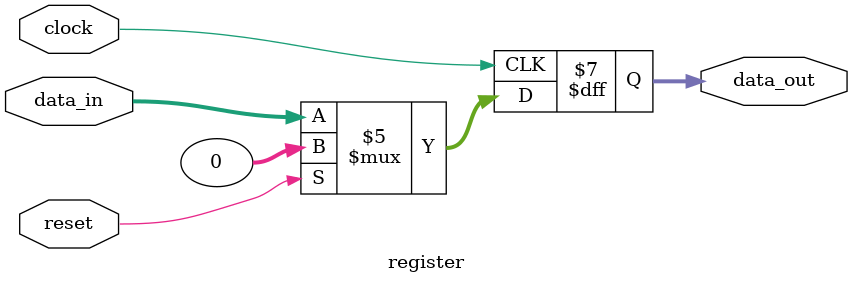
<source format=v>

module register(
	input wire clock,
	input wire reset,
	input wire[31:0] data_in,
	output reg[31:0] data_out);
	
	initial begin
		data_out = 32'hf0f0f0f0;
	end
	
	always @(posedge clock) begin
		if (reset == 1'b1) begin
			data_out <= 32'h00000000;
		end else begin
			data_out <= data_in;
		end
	end
	
endmodule
</source>
